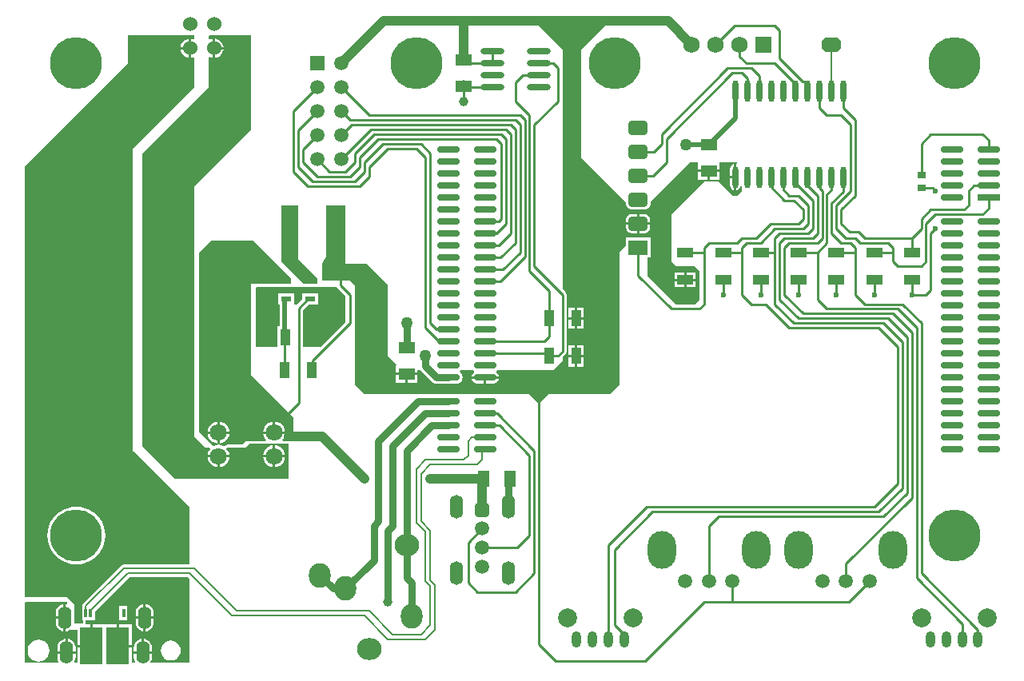
<source format=gtl>
G04 Layer_Physical_Order=1*
G04 Layer_Color=25308*
%FSLAX25Y25*%
%MOIN*%
G70*
G01*
G75*
%ADD10O,0.09449X0.02992*%
%ADD11R,0.09449X0.02992*%
%ADD12R,0.05118X0.07087*%
%ADD13R,0.07087X0.05118*%
%ADD14R,0.06693X0.04134*%
%ADD15R,0.04134X0.06693*%
%ADD16O,0.02362X0.09055*%
%ADD17R,0.04331X0.02362*%
%ADD18R,0.06299X0.22441*%
%ADD19O,0.09843X0.02756*%
%ADD20R,0.01181X0.03543*%
%ADD21R,0.01969X0.03543*%
%ADD22R,0.09449X0.15748*%
%ADD23R,0.03543X0.02756*%
%ADD24C,0.00984*%
%ADD25C,0.02992*%
%ADD26C,0.00787*%
%ADD27C,0.03937*%
%ADD28C,0.00800*%
%ADD29C,0.01969*%
%ADD30C,0.21654*%
G04:AMPARAMS|DCode=31|XSize=60mil|YSize=80mil|CornerRadius=15mil|HoleSize=0mil|Usage=FLASHONLY|Rotation=90.000|XOffset=0mil|YOffset=0mil|HoleType=Round|Shape=RoundedRectangle|*
%AMROUNDEDRECTD31*
21,1,0.06000,0.05000,0,0,90.0*
21,1,0.03000,0.08000,0,0,90.0*
1,1,0.03000,0.02500,0.01500*
1,1,0.03000,0.02500,-0.01500*
1,1,0.03000,-0.02500,-0.01500*
1,1,0.03000,-0.02500,0.01500*
%
%ADD31ROUNDEDRECTD31*%
%ADD32R,0.08000X0.06000*%
G04:AMPARAMS|DCode=33|XSize=59.84mil|YSize=59.84mil|CornerRadius=14.96mil|HoleSize=0mil|Usage=FLASHONLY|Rotation=0.000|XOffset=0mil|YOffset=0mil|HoleType=Round|Shape=RoundedRectangle|*
%AMROUNDEDRECTD33*
21,1,0.05984,0.02992,0,0,0.0*
21,1,0.02992,0.05984,0,0,0.0*
1,1,0.02992,0.01496,-0.01496*
1,1,0.02992,-0.01496,-0.01496*
1,1,0.02992,-0.01496,0.01496*
1,1,0.02992,0.01496,0.01496*
%
%ADD33ROUNDEDRECTD33*%
%ADD34C,0.05984*%
%ADD35O,0.05512X0.09843*%
G04:AMPARAMS|DCode=36|XSize=60mil|YSize=80mil|CornerRadius=0mil|HoleSize=0mil|Usage=FLASHONLY|Rotation=90.000|XOffset=0mil|YOffset=0mil|HoleType=Round|Shape=Octagon|*
%AMOCTAGOND36*
4,1,8,-0.04000,-0.01500,-0.04000,0.01500,-0.02500,0.03000,0.02500,0.03000,0.04000,0.01500,0.04000,-0.01500,0.02500,-0.03000,-0.02500,-0.03000,-0.04000,-0.01500,0.0*
%
%ADD36OCTAGOND36*%

%ADD37O,0.10236X0.09055*%
%ADD38O,0.09055X0.10236*%
%ADD39C,0.06890*%
%ADD40R,0.06890X0.06890*%
%ADD41C,0.07874*%
%ADD42O,0.03937X0.06890*%
%ADD43C,0.06000*%
%ADD44C,0.05906*%
%ADD45O,0.11811X0.15748*%
%ADD46O,0.05512X0.09449*%
%ADD47C,0.07087*%
%ADD48R,0.05906X0.05906*%
%ADD49C,0.05000*%
%ADD50C,0.02362*%
%ADD51C,0.02756*%
%ADD52C,0.03937*%
G36*
X194882Y362205D02*
X194882Y322835D01*
X171260Y299213D01*
X171260Y194882D01*
X175984Y190157D01*
X177661D01*
X177908Y189657D01*
X177331Y188905D01*
X176873Y187800D01*
X176783Y187114D01*
X185816D01*
X185725Y187800D01*
X185268Y188905D01*
X184691Y189657D01*
X184937Y190157D01*
X192520Y190157D01*
X194094Y191732D01*
X204218D01*
X204527Y191692D01*
X204837Y191732D01*
X210423D01*
X210630Y191705D01*
Y177165D01*
X163386Y177165D01*
X149606Y190945D01*
Y312992D01*
X177165Y340551D01*
X177165Y352890D01*
X177665Y353181D01*
X178405Y352875D01*
X178949Y352803D01*
Y356772D01*
Y360740D01*
X178405Y360669D01*
X177665Y360362D01*
X177165Y360653D01*
Y361851D01*
X177519Y362205D01*
X194882Y362205D01*
D02*
G37*
G36*
X230695Y257283D02*
X230707Y257221D01*
X231077Y256668D01*
X234252Y253493D01*
X234252Y250000D01*
X234252Y242570D01*
X223965Y232283D01*
X216538D01*
Y247590D01*
X218751Y249803D01*
X223031D01*
Y254527D01*
X216338D01*
Y252216D01*
X214123Y250000D01*
X212795D01*
Y254527D01*
X206102D01*
Y249803D01*
X206749D01*
Y244094D01*
X206749Y244094D01*
Y240748D01*
X205974D01*
Y232283D01*
X196850D01*
X196850Y256930D01*
X197204Y257283D01*
X230695Y257283D01*
D02*
G37*
G36*
X344026Y367648D02*
X332677Y356299D01*
X332677Y311023D01*
X351095Y292606D01*
Y292122D01*
X351187Y291422D01*
X351457Y290770D01*
X351887Y290210D01*
X352447Y289780D01*
X353099Y289510D01*
X353799Y289418D01*
X358799D01*
X359499Y289510D01*
X360151Y289780D01*
X360711Y290210D01*
X361141Y290770D01*
X361411Y291422D01*
X361503Y292122D01*
Y292606D01*
X377953Y309055D01*
X381283D01*
Y306012D01*
X390370D01*
Y309055D01*
X397528D01*
X397680Y308856D01*
X397396Y308403D01*
X397291Y308423D01*
Y302953D01*
Y297482D01*
X397642Y297552D01*
X398364Y298034D01*
X398846Y298755D01*
X398944Y299249D01*
X399454D01*
X399566Y298685D01*
X399606Y298624D01*
Y297244D01*
X397638Y295275D01*
X395669Y295276D01*
X389764Y301181D01*
X384037Y301181D01*
X370079Y287402D01*
Y267717D01*
X372047Y265748D01*
X379921D01*
X381890Y263779D01*
X381890Y251968D01*
X379921Y250000D01*
X372047Y250000D01*
X360236Y261811D01*
X360236Y269441D01*
X361480D01*
Y277803D01*
X351118D01*
Y274346D01*
X348425Y271654D01*
X348425Y218779D01*
X348425Y218779D01*
Y216535D01*
X344488Y212598D01*
X318898D01*
X315211Y208911D01*
X314711D01*
X311024Y212598D01*
X242126D01*
X238189Y216535D01*
Y257874D01*
X236220Y259842D01*
X224763Y259842D01*
X224409Y260196D01*
X224409Y266732D01*
X226378Y269685D01*
Y291338D01*
X234252D01*
Y271654D01*
Y266732D01*
X243110D01*
X251969Y257874D01*
X251968Y228346D01*
X255448Y224867D01*
X255299Y224425D01*
X255299D01*
X255299Y224425D01*
Y221366D01*
X264386D01*
Y222441D01*
X265550D01*
X265807Y222106D01*
X270315Y217599D01*
X270874Y217169D01*
X271526Y216900D01*
X272224Y216808D01*
X280394D01*
X281093Y216900D01*
X281744Y217169D01*
X282303Y217599D01*
X282732Y218158D01*
X283002Y218809D01*
X283094Y219508D01*
X283002Y220207D01*
X282732Y220858D01*
X282303Y221417D01*
X282068Y221598D01*
X282024Y222157D01*
X282304Y222441D01*
X287587D01*
X287913Y222191D01*
X287942Y222160D01*
X287960Y221620D01*
X287492Y221307D01*
X286940Y220482D01*
X286846Y220008D01*
X298194D01*
X298099Y220482D01*
X297548Y221307D01*
X297079Y221620D01*
X297098Y222160D01*
X297126Y222191D01*
X297452Y222441D01*
X320866D01*
X322244Y223819D01*
X322441D01*
Y224016D01*
X324803Y226378D01*
Y227902D01*
X326009Y229109D01*
X326379Y229662D01*
X326509Y230315D01*
Y253937D01*
X326379Y254590D01*
X326009Y255143D01*
X324803Y256350D01*
X324803Y307087D01*
Y336614D01*
Y356299D01*
X313454Y367648D01*
X313645Y368110D01*
X343835D01*
X344026Y367648D01*
D02*
G37*
G36*
X211614Y260827D02*
X211614Y258488D01*
X197204Y258488D01*
X197204Y258488D01*
X197087Y258465D01*
X194882D01*
X194882Y220472D01*
X212598Y202756D01*
Y192913D01*
X210678D01*
X210581Y192926D01*
X210501Y192921D01*
X210423Y192937D01*
X208183D01*
X207937Y193437D01*
X208496Y194165D01*
X208954Y195271D01*
X209044Y195957D01*
X200011D01*
X200101Y195271D01*
X200559Y194165D01*
X201118Y193437D01*
X200872Y192937D01*
X194094D01*
X193978Y192913D01*
X192913D01*
X191362Y191362D01*
X184937Y191362D01*
X184745Y191323D01*
X184550Y191298D01*
X184516Y191278D01*
X184476Y191270D01*
X184313Y191161D01*
X184143Y191063D01*
X184119Y191031D01*
X184086Y191009D01*
X184043Y190945D01*
X183189D01*
X182533Y191217D01*
X181299Y191379D01*
X180066Y191217D01*
X179409Y190945D01*
X179134D01*
X173228Y196850D01*
Y271654D01*
X178150Y276575D01*
X195866D01*
X211614Y260827D01*
D02*
G37*
G36*
X171260Y362205D02*
Y360801D01*
X170844Y360523D01*
X170493Y360669D01*
X169949Y360740D01*
Y356772D01*
Y352803D01*
X170493Y352875D01*
X170844Y353020D01*
X171260Y352742D01*
Y340551D01*
X145669Y314961D01*
Y188976D01*
X169291Y165354D01*
X169291Y141369D01*
X141732D01*
X141118Y141247D01*
X140597Y140899D01*
X140597Y140899D01*
X124849Y125151D01*
X124501Y124630D01*
X124480Y124528D01*
X124379Y124016D01*
X124379Y124016D01*
X124213D01*
Y118110D01*
X124780D01*
Y117283D01*
X124426Y116929D01*
X121483Y116929D01*
X121154Y117305D01*
X121156Y117323D01*
Y121260D01*
X121063Y121966D01*
Y125000D01*
X118110Y127953D01*
X100394D01*
X100394Y307086D01*
X143701Y350394D01*
X143701Y362205D01*
X171260Y362205D01*
D02*
G37*
G36*
X169291Y135524D02*
Y100394D01*
X153231D01*
X153010Y100842D01*
X153025Y100862D01*
X153403Y101775D01*
X153532Y102756D01*
Y104224D01*
X145956D01*
Y102756D01*
X146085Y101775D01*
X146463Y100862D01*
X146478Y100842D01*
X146257Y100394D01*
X145094D01*
Y106980D01*
X139370D01*
Y107480D01*
X138870D01*
Y116354D01*
X128846D01*
Y107480D01*
X128346D01*
Y106980D01*
X122622D01*
Y100394D01*
X121459D01*
X121238Y100842D01*
X121253Y100862D01*
X121632Y101775D01*
X121761Y102756D01*
Y104224D01*
X114184D01*
Y102756D01*
X114313Y101775D01*
X114692Y100862D01*
X114707Y100842D01*
X114486Y100394D01*
X100394D01*
Y114173D01*
X100394Y125631D01*
X100747Y125984D01*
X118110D01*
Y125305D01*
X117734Y124976D01*
X117685Y124982D01*
Y119291D01*
Y113600D01*
X118166Y113664D01*
X119079Y114042D01*
X119250Y114173D01*
X122622D01*
Y107980D01*
X127846D01*
Y116354D01*
X125984D01*
Y118110D01*
X129724D01*
Y121548D01*
X144366Y136190D01*
X168626D01*
X169291Y135524D01*
D02*
G37*
G36*
X214567Y268701D02*
X222441Y260827D01*
Y258841D01*
X222087Y258488D01*
X216906Y258488D01*
X207677Y267717D01*
Y291338D01*
X214567D01*
Y268701D01*
D02*
G37*
%LPC*%
G36*
X204028Y186114D02*
X200011D01*
X200101Y185428D01*
X200559Y184323D01*
X201287Y183374D01*
X202236Y182646D01*
X203342Y182188D01*
X204028Y182097D01*
Y186114D01*
D02*
G37*
G36*
X209044D02*
X205028D01*
Y182097D01*
X205714Y182188D01*
X206819Y182646D01*
X207768Y183374D01*
X208496Y184323D01*
X208954Y185428D01*
X209044Y186114D01*
D02*
G37*
G36*
X122047Y165588D02*
X120163Y165440D01*
X118325Y164999D01*
X116579Y164275D01*
X114967Y163288D01*
X113530Y162060D01*
X112303Y160623D01*
X111315Y159012D01*
X110592Y157265D01*
X110151Y155428D01*
X110002Y153543D01*
X110151Y151659D01*
X110592Y149821D01*
X111315Y148075D01*
X112303Y146463D01*
X113530Y145026D01*
X114967Y143799D01*
X116579Y142811D01*
X118325Y142088D01*
X120163Y141647D01*
X122047Y141498D01*
X123931Y141647D01*
X125769Y142088D01*
X127515Y142811D01*
X129127Y143799D01*
X130564Y145026D01*
X131792Y146463D01*
X132779Y148075D01*
X133503Y149821D01*
X133944Y151659D01*
X134092Y153543D01*
X133944Y155428D01*
X133503Y157265D01*
X132779Y159012D01*
X131792Y160623D01*
X130564Y162060D01*
X129127Y163288D01*
X127515Y164275D01*
X125769Y164999D01*
X123931Y165440D01*
X122047Y165588D01*
D02*
G37*
G36*
X180799Y186114D02*
X176783D01*
X176873Y185428D01*
X177331Y184323D01*
X178059Y183374D01*
X179008Y182646D01*
X180113Y182188D01*
X180799Y182097D01*
Y186114D01*
D02*
G37*
G36*
X185816D02*
X181799D01*
Y182097D01*
X182485Y182188D01*
X183590Y182646D01*
X184539Y183374D01*
X185268Y184323D01*
X185725Y185428D01*
X185816Y186114D01*
D02*
G37*
G36*
X181799Y200973D02*
Y196957D01*
X185816D01*
X185725Y197643D01*
X185268Y198748D01*
X184539Y199697D01*
X183590Y200425D01*
X182485Y200883D01*
X181799Y200973D01*
D02*
G37*
G36*
X180799D02*
X180113Y200883D01*
X179008Y200425D01*
X178059Y199697D01*
X177331Y198748D01*
X176873Y197643D01*
X176783Y196957D01*
X180799D01*
Y200973D01*
D02*
G37*
G36*
X205028D02*
Y196957D01*
X209044D01*
X208954Y197643D01*
X208496Y198748D01*
X207768Y199697D01*
X206819Y200425D01*
X205714Y200883D01*
X205028Y200973D01*
D02*
G37*
G36*
X204028D02*
X203342Y200883D01*
X202236Y200425D01*
X201287Y199697D01*
X200559Y198748D01*
X200101Y197643D01*
X200011Y196957D01*
X204028D01*
Y200973D01*
D02*
G37*
G36*
X205028Y191131D02*
Y187114D01*
X209044D01*
X208954Y187800D01*
X208496Y188905D01*
X207768Y189854D01*
X206819Y190583D01*
X205714Y191041D01*
X205028Y191131D01*
D02*
G37*
G36*
X204028D02*
X203342Y191041D01*
X202236Y190583D01*
X201287Y189854D01*
X200559Y188905D01*
X200101Y187800D01*
X200011Y187114D01*
X204028D01*
Y191131D01*
D02*
G37*
G36*
X185816Y195957D02*
X181799D01*
Y191940D01*
X182485Y192030D01*
X183590Y192488D01*
X184539Y193216D01*
X185268Y194165D01*
X185725Y195271D01*
X185816Y195957D01*
D02*
G37*
G36*
X180799D02*
X176783D01*
X176873Y195271D01*
X177331Y194165D01*
X178059Y193216D01*
X179008Y192488D01*
X180113Y192030D01*
X180799Y191940D01*
Y195957D01*
D02*
G37*
G36*
X149244Y110415D02*
X148764Y110352D01*
X147850Y109974D01*
X147065Y109372D01*
X146463Y108587D01*
X146085Y107673D01*
X145956Y106693D01*
Y105224D01*
X149244D01*
Y110415D01*
D02*
G37*
G36*
X150244D02*
Y105224D01*
X153532D01*
Y106693D01*
X153403Y107673D01*
X153025Y108587D01*
X152423Y109372D01*
X151638Y109974D01*
X150724Y110352D01*
X150244Y110415D01*
D02*
G37*
G36*
X145094Y116354D02*
X139870D01*
Y107980D01*
X145094D01*
Y116354D01*
D02*
G37*
G36*
X118472Y110415D02*
Y105224D01*
X121761D01*
Y106693D01*
X121632Y107673D01*
X121253Y108587D01*
X120651Y109372D01*
X119867Y109974D01*
X118953Y110352D01*
X118472Y110415D01*
D02*
G37*
G36*
X106299Y110078D02*
X105117Y109923D01*
X104016Y109467D01*
X103070Y108741D01*
X102344Y107795D01*
X101888Y106694D01*
X101733Y105512D01*
X101888Y104330D01*
X102344Y103228D01*
X103070Y102283D01*
X104016Y101557D01*
X105117Y101101D01*
X106299Y100945D01*
X107481Y101101D01*
X108582Y101557D01*
X109528Y102283D01*
X110254Y103228D01*
X110710Y104330D01*
X110866Y105512D01*
X110710Y106694D01*
X110254Y107795D01*
X109528Y108741D01*
X108582Y109467D01*
X107481Y109923D01*
X106299Y110078D01*
D02*
G37*
G36*
X161417Y109681D02*
X160338Y109539D01*
X159333Y109123D01*
X158469Y108460D01*
X157806Y107597D01*
X157390Y106591D01*
X157248Y105512D01*
X157390Y104433D01*
X157806Y103427D01*
X158469Y102564D01*
X159333Y101901D01*
X160338Y101484D01*
X161417Y101342D01*
X162496Y101484D01*
X163502Y101901D01*
X164366Y102564D01*
X165028Y103427D01*
X165445Y104433D01*
X165587Y105512D01*
X165445Y106591D01*
X165028Y107597D01*
X164366Y108460D01*
X163502Y109123D01*
X162496Y109539D01*
X161417Y109681D01*
D02*
G37*
G36*
X117472Y110415D02*
X116992Y110352D01*
X116078Y109974D01*
X115294Y109372D01*
X114692Y108587D01*
X114313Y107673D01*
X114184Y106693D01*
Y105224D01*
X117472D01*
Y110415D01*
D02*
G37*
G36*
X116685Y124982D02*
X116205Y124919D01*
X115291Y124541D01*
X114506Y123939D01*
X113904Y123154D01*
X113526Y122240D01*
X113397Y121260D01*
Y119791D01*
X116685D01*
Y124982D01*
D02*
G37*
G36*
X150031D02*
X149551Y124919D01*
X148637Y124541D01*
X147853Y123939D01*
X147251Y123154D01*
X146872Y122240D01*
X146743Y121260D01*
Y119791D01*
X150031D01*
Y124982D01*
D02*
G37*
G36*
X151031D02*
Y119791D01*
X154320D01*
Y121260D01*
X154191Y122240D01*
X153812Y123154D01*
X153210Y123939D01*
X152426Y124541D01*
X151512Y124919D01*
X151031Y124982D01*
D02*
G37*
G36*
X143504Y124016D02*
X139961D01*
Y118110D01*
X143504D01*
Y124016D01*
D02*
G37*
G36*
X116685Y118791D02*
X113397D01*
Y117323D01*
X113526Y116342D01*
X113904Y115429D01*
X114506Y114644D01*
X115291Y114042D01*
X116205Y113664D01*
X116685Y113600D01*
Y118791D01*
D02*
G37*
G36*
X150031D02*
X146743D01*
Y117323D01*
X146872Y116342D01*
X147251Y115429D01*
X147853Y114644D01*
X148637Y114042D01*
X149551Y113664D01*
X150031Y113600D01*
Y118791D01*
D02*
G37*
G36*
X154320D02*
X151031D01*
Y113600D01*
X151512Y113664D01*
X152426Y114042D01*
X153210Y114644D01*
X153812Y115429D01*
X154191Y116342D01*
X154320Y117323D01*
Y118791D01*
D02*
G37*
G36*
X355799Y287671D02*
X353799D01*
X352824Y287477D01*
X351997Y286924D01*
X351444Y286097D01*
X351250Y285122D01*
Y284122D01*
X355799D01*
Y287671D01*
D02*
G37*
G36*
X358799D02*
X356799D01*
Y284122D01*
X361348D01*
Y285122D01*
X361154Y286097D01*
X360602Y286924D01*
X359775Y287477D01*
X358799Y287671D01*
D02*
G37*
G36*
X396291Y302453D02*
X394567D01*
Y299606D01*
X394737Y298755D01*
X395219Y298034D01*
X395940Y297552D01*
X396291Y297482D01*
Y302453D01*
D02*
G37*
G36*
X361348Y283122D02*
X356799D01*
Y279573D01*
X358799D01*
X359775Y279767D01*
X360602Y280320D01*
X361154Y281147D01*
X361348Y282122D01*
Y283122D01*
D02*
G37*
G36*
X375484Y263205D02*
X371638D01*
Y260638D01*
X375484D01*
Y263205D01*
D02*
G37*
G36*
X380331D02*
X376484D01*
Y260638D01*
X380331D01*
Y263205D01*
D02*
G37*
G36*
X355799Y283122D02*
X351250D01*
Y282122D01*
X351444Y281147D01*
X351997Y280320D01*
X352824Y279767D01*
X353799Y279573D01*
X355799D01*
Y283122D01*
D02*
G37*
G36*
X183417Y356272D02*
X179949D01*
Y352803D01*
X180493Y352875D01*
X181466Y353278D01*
X182302Y353919D01*
X182943Y354754D01*
X183346Y355727D01*
X183417Y356272D01*
D02*
G37*
G36*
X168949Y360740D02*
X168405Y360669D01*
X167431Y360266D01*
X166596Y359624D01*
X165955Y358789D01*
X165552Y357816D01*
X165480Y357272D01*
X168949D01*
Y360740D01*
D02*
G37*
G36*
X179949D02*
Y357272D01*
X183417D01*
X183346Y357816D01*
X182943Y358789D01*
X182302Y359624D01*
X181466Y360266D01*
X180493Y360669D01*
X179949Y360740D01*
D02*
G37*
G36*
X168949Y356272D02*
X165480D01*
X165552Y355727D01*
X165955Y354754D01*
X166596Y353919D01*
X167431Y353278D01*
X168405Y352875D01*
X168949Y352803D01*
Y356272D01*
D02*
G37*
G36*
X385327Y305012D02*
X381283D01*
Y301953D01*
X385327D01*
Y305012D01*
D02*
G37*
G36*
X390370D02*
X386327D01*
Y301953D01*
X390370D01*
Y305012D01*
D02*
G37*
G36*
X396291Y308423D02*
X395940Y308354D01*
X395219Y307872D01*
X394737Y307150D01*
X394567Y306299D01*
Y303453D01*
X396291D01*
Y308423D01*
D02*
G37*
G36*
X329913Y227846D02*
X327346D01*
Y224000D01*
X329913D01*
Y227846D01*
D02*
G37*
G36*
X333480D02*
X330913D01*
Y224000D01*
X333480D01*
Y227846D01*
D02*
G37*
G36*
X329913Y232693D02*
X327346D01*
Y228846D01*
X329913D01*
Y232693D01*
D02*
G37*
G36*
X264386Y220366D02*
X260343D01*
Y217307D01*
X264386D01*
Y220366D01*
D02*
G37*
G36*
X292020Y219008D02*
X286846D01*
X286940Y218534D01*
X287492Y217708D01*
X288317Y217157D01*
X289291Y216963D01*
X292020D01*
Y219008D01*
D02*
G37*
G36*
X298194D02*
X293020D01*
Y216963D01*
X295748D01*
X296722Y217157D01*
X297548Y217708D01*
X298099Y218534D01*
X298194Y219008D01*
D02*
G37*
G36*
X259343Y220366D02*
X255299D01*
Y217307D01*
X259343D01*
Y220366D01*
D02*
G37*
G36*
X333480Y248441D02*
X330913D01*
Y244594D01*
X333480D01*
Y248441D01*
D02*
G37*
G36*
X375484Y259638D02*
X371638D01*
Y257071D01*
X375484D01*
Y259638D01*
D02*
G37*
G36*
X380331D02*
X376484D01*
Y257071D01*
X380331D01*
Y259638D01*
D02*
G37*
G36*
X329913Y248441D02*
X327346D01*
Y244594D01*
X329913D01*
Y248441D01*
D02*
G37*
G36*
X333480Y232693D02*
X330913D01*
Y228846D01*
X333480D01*
Y232693D01*
D02*
G37*
G36*
X329913Y243594D02*
X327346D01*
Y239748D01*
X329913D01*
Y243594D01*
D02*
G37*
G36*
X333480D02*
X330913D01*
Y239748D01*
X333480D01*
Y243594D01*
D02*
G37*
%LPD*%
D10*
X277165Y209508D02*
D03*
Y204508D02*
D03*
Y199508D02*
D03*
Y194508D02*
D03*
Y189508D02*
D03*
X292520Y209508D02*
D03*
Y204508D02*
D03*
Y199508D02*
D03*
Y194508D02*
D03*
Y189508D02*
D03*
X277165Y314508D02*
D03*
Y309508D02*
D03*
Y304508D02*
D03*
Y299508D02*
D03*
Y294508D02*
D03*
Y289508D02*
D03*
Y284508D02*
D03*
Y279508D02*
D03*
Y274508D02*
D03*
Y269508D02*
D03*
Y264508D02*
D03*
Y259508D02*
D03*
Y254508D02*
D03*
Y249508D02*
D03*
Y244508D02*
D03*
Y239508D02*
D03*
Y234508D02*
D03*
Y229508D02*
D03*
Y224508D02*
D03*
Y219508D02*
D03*
X292520Y314508D02*
D03*
Y309508D02*
D03*
Y304508D02*
D03*
Y299508D02*
D03*
Y294508D02*
D03*
Y289508D02*
D03*
Y284508D02*
D03*
Y279508D02*
D03*
Y274508D02*
D03*
Y269508D02*
D03*
Y264508D02*
D03*
Y259508D02*
D03*
Y254508D02*
D03*
Y249508D02*
D03*
Y244508D02*
D03*
Y239508D02*
D03*
Y234508D02*
D03*
Y229508D02*
D03*
Y224508D02*
D03*
Y219508D02*
D03*
X487165Y284508D02*
D03*
Y279508D02*
D03*
Y274508D02*
D03*
Y269508D02*
D03*
Y264508D02*
D03*
Y259508D02*
D03*
Y254508D02*
D03*
Y249508D02*
D03*
Y244508D02*
D03*
Y239508D02*
D03*
Y234508D02*
D03*
Y229508D02*
D03*
Y224508D02*
D03*
Y219508D02*
D03*
Y214508D02*
D03*
Y209508D02*
D03*
Y204508D02*
D03*
Y199508D02*
D03*
Y194508D02*
D03*
Y189508D02*
D03*
X502520Y284508D02*
D03*
Y279508D02*
D03*
Y274508D02*
D03*
Y269508D02*
D03*
Y264508D02*
D03*
Y259508D02*
D03*
Y254508D02*
D03*
Y249508D02*
D03*
Y244508D02*
D03*
Y239508D02*
D03*
Y234508D02*
D03*
Y229508D02*
D03*
Y224508D02*
D03*
Y219508D02*
D03*
Y214508D02*
D03*
Y209508D02*
D03*
Y204508D02*
D03*
Y199508D02*
D03*
Y194508D02*
D03*
Y189508D02*
D03*
X487165Y314508D02*
D03*
Y309508D02*
D03*
Y304508D02*
D03*
Y299508D02*
D03*
Y294508D02*
D03*
X502520Y314508D02*
D03*
Y309508D02*
D03*
Y304508D02*
D03*
Y299508D02*
D03*
D11*
Y294508D02*
D03*
D12*
X302756Y177165D02*
D03*
X291732D02*
D03*
D13*
X385827Y316535D02*
D03*
Y305512D02*
D03*
X283465Y340945D02*
D03*
Y351969D02*
D03*
X228346Y263386D02*
D03*
Y252362D02*
D03*
X200787Y263386D02*
D03*
Y252362D02*
D03*
X259842Y220866D02*
D03*
Y231890D02*
D03*
D14*
X391732Y260138D02*
D03*
Y271358D02*
D03*
X407480Y260138D02*
D03*
Y271358D02*
D03*
X423228Y260138D02*
D03*
Y271358D02*
D03*
X470472Y260138D02*
D03*
Y271358D02*
D03*
X438976Y260138D02*
D03*
Y271358D02*
D03*
X454724Y260138D02*
D03*
Y271358D02*
D03*
X375984Y260138D02*
D03*
Y271358D02*
D03*
D15*
X330413Y228346D02*
D03*
X319193D02*
D03*
X330413Y244094D02*
D03*
X319193D02*
D03*
X220443Y236220D02*
D03*
X209222D02*
D03*
X208957Y222441D02*
D03*
X220177D02*
D03*
D16*
X396791Y302953D02*
D03*
X401791D02*
D03*
X406791D02*
D03*
X411791D02*
D03*
X416791D02*
D03*
X421791D02*
D03*
X426791D02*
D03*
X431791D02*
D03*
X436791D02*
D03*
X441791D02*
D03*
X396791Y338779D02*
D03*
X401791D02*
D03*
X406791D02*
D03*
X411791D02*
D03*
X416791D02*
D03*
X421791D02*
D03*
X426791D02*
D03*
X431791D02*
D03*
X436791D02*
D03*
X441791D02*
D03*
D17*
X209449Y252165D02*
D03*
Y259646D02*
D03*
X219685D02*
D03*
Y255906D02*
D03*
Y252165D02*
D03*
D18*
X211220Y279527D02*
D03*
X229724D02*
D03*
D19*
X295472Y355532D02*
D03*
Y350532D02*
D03*
Y345532D02*
D03*
Y340531D02*
D03*
X314764Y355532D02*
D03*
Y350532D02*
D03*
Y345532D02*
D03*
Y340531D02*
D03*
D20*
X127953Y121063D02*
D03*
X125984D02*
D03*
X141732D02*
D03*
D21*
X123622D02*
D03*
X144094D02*
D03*
D22*
X128346Y107480D02*
D03*
X139370D02*
D03*
D23*
X474409Y298425D02*
D03*
Y303937D02*
D03*
D24*
X478346Y279527D02*
X480315Y281496D01*
X478346Y255906D02*
Y279527D01*
X476378Y253937D02*
X478346Y255906D01*
X476378Y283465D02*
X480315Y287402D01*
X476378Y267717D02*
Y283465D01*
X474409Y265748D02*
X476378Y267717D01*
X492126Y289370D02*
X494094Y291338D01*
X478346Y289370D02*
X492126D01*
X474409Y285433D02*
X478346Y289370D01*
X498032Y110236D02*
Y114173D01*
X466535Y250000D02*
X474409Y242126D01*
Y137795D02*
Y242126D01*
Y137795D02*
X498032Y114173D01*
X464567Y248031D02*
X472441Y240157D01*
Y135827D02*
Y240157D01*
Y135827D02*
X491634Y116634D01*
X462598Y246063D02*
X470472Y238189D01*
Y169291D02*
Y238189D01*
X442913Y141732D02*
X470472Y169291D01*
X460630Y244094D02*
X468504Y236220D01*
Y171260D02*
Y236220D01*
X458661Y161417D02*
X468504Y171260D01*
X458661Y242126D02*
X466535Y234252D01*
Y173228D02*
Y234252D01*
X456693Y163386D02*
X466535Y173228D01*
X456693Y240157D02*
X464567Y232283D01*
Y175197D02*
Y232283D01*
X454724Y165354D02*
X464567Y175197D01*
X491634Y110236D02*
Y116634D01*
X319193Y228346D02*
X322835D01*
X324803Y230315D01*
X312992Y265748D02*
X324803Y253937D01*
Y230315D02*
Y253937D01*
X311024Y263779D02*
X319193Y255610D01*
Y236516D02*
Y255610D01*
X317185Y234508D02*
X319193Y236516D01*
X292520Y234508D02*
X317185D01*
X415354Y352362D02*
Y364173D01*
Y352362D02*
X424823Y342894D01*
X426791D01*
X285433Y150512D02*
X291338Y156417D01*
X285433Y133858D02*
Y150512D01*
Y133858D02*
X289370Y129921D01*
X383858Y250000D02*
Y273622D01*
X381890Y248031D02*
X383858Y250000D01*
X370079Y248031D02*
X381890D01*
X356299Y261811D02*
X370079Y248031D01*
X356299Y261811D02*
Y273622D01*
X218701Y252165D02*
X219685D01*
X214832Y248297D02*
X218701Y252165D01*
X214832Y208790D02*
Y248297D01*
X479134Y298425D02*
X480315Y297244D01*
X350394Y110236D02*
Y112205D01*
X346457Y116142D02*
X350394Y112205D01*
X346457Y116142D02*
Y147638D01*
X368110Y318898D02*
X395669Y346457D01*
X368110Y309055D02*
Y318898D01*
X362677Y303622D02*
X368110Y309055D01*
X366142Y320866D02*
X393701Y348425D01*
X366142Y316929D02*
Y320866D01*
X362835Y313622D02*
X366142Y316929D01*
X399606Y346457D02*
X401791Y344272D01*
Y338779D02*
Y344272D01*
X403543Y348425D02*
X406791Y345177D01*
Y338779D02*
Y345177D01*
X398701Y353268D02*
X401575Y350394D01*
X398701Y353268D02*
Y358268D01*
X435039Y328740D02*
X440945D01*
X431791Y331988D02*
X435039Y328740D01*
X431791Y331988D02*
Y338779D01*
X267717Y240157D02*
Y311024D01*
X263779Y314961D02*
X267717Y311024D01*
X251968Y314961D02*
X263779D01*
X269685Y242126D02*
Y312992D01*
X265748Y316929D02*
X269685Y312992D01*
X250000Y316929D02*
X265748D01*
X244094Y307087D02*
X251968Y314961D01*
X244094Y303150D02*
Y307087D01*
X240157Y299213D02*
X244094Y303150D01*
X218504Y299213D02*
X240157D01*
X242126Y309055D02*
X250000Y316929D01*
X238189Y301181D02*
X242126Y305118D01*
Y309055D01*
X220472Y301181D02*
X238189D01*
X240157Y307087D02*
Y311024D01*
X236220Y303150D02*
X240157Y307087D01*
X222441Y303150D02*
X236220D01*
X238189Y309055D02*
Y312992D01*
X234252Y305118D02*
X238189Y309055D01*
X227716Y305118D02*
X234252D01*
X212598Y305118D02*
X218504Y299213D01*
X212598Y305118D02*
Y330551D01*
X214567Y307087D02*
X220472Y301181D01*
X214567Y307087D02*
Y322520D01*
X216535Y309055D02*
X222441Y303150D01*
X216535Y309055D02*
Y314488D01*
X208799Y202756D02*
X214832Y208790D01*
X292520Y199508D02*
X298524D01*
X291338Y148543D02*
X306024D01*
X343996Y110236D02*
Y149409D01*
X359941Y165354D01*
X305118Y342520D02*
X308130Y345532D01*
X314764D01*
X320728Y350532D02*
X322835Y348425D01*
X314764Y350532D02*
X320728D01*
X280925Y340531D02*
X295472D01*
Y350532D02*
Y355532D01*
X346457Y147638D02*
X362205Y163386D01*
X280925Y340531D02*
X283465Y343071D01*
Y334646D02*
Y343071D01*
X385827Y134646D02*
Y157480D01*
X389764Y161417D01*
X208957Y235955D02*
X209222Y236220D01*
X208957Y222441D02*
Y235955D01*
X292520Y204508D02*
X297461D01*
X306024Y148543D02*
X311024Y153543D01*
Y187008D01*
X298524Y199508D02*
X311024Y187008D01*
X312992Y137795D02*
Y188976D01*
X297461Y204508D02*
X312992Y188976D01*
X289370Y129921D02*
X305118D01*
X312992Y137795D01*
X220177Y222441D02*
X220472D01*
Y226378D01*
X283465Y350532D02*
X295472D01*
X292520Y234508D02*
X292776Y234252D01*
X273366Y234508D02*
X277165D01*
X267717Y240157D02*
X273366Y234508D01*
X292520Y284508D02*
X298287D01*
X299213Y285433D01*
Y316929D01*
X297244Y318898D02*
X299213Y316929D01*
X248031Y318898D02*
X297244D01*
X292520Y279508D02*
X297224D01*
X301181Y283465D01*
Y318898D01*
X301181D02*
X301181D01*
X299213Y320866D02*
X301181Y318898D01*
X246063Y320866D02*
X299213D01*
X292520Y274508D02*
X298130D01*
X303150Y279527D01*
Y320866D01*
X301181Y322835D02*
X303150Y320866D01*
X244882Y322835D02*
X301181D01*
X292520Y269508D02*
X299035D01*
X305118Y275590D01*
Y322835D01*
X303150Y324803D02*
X305118Y322835D01*
X236850Y324803D02*
X303150D01*
X292520Y264508D02*
X299941D01*
X307087Y271654D01*
Y324803D01*
X305118Y326772D02*
X307087Y324803D01*
X236063Y326772D02*
X305118D01*
X322835Y334646D02*
Y348425D01*
X292520Y259508D02*
X298878D01*
X309055Y269685D01*
Y326772D01*
X307087Y328740D02*
X309055Y326772D01*
X244094Y328740D02*
X307087D01*
X232441Y340394D02*
X244094Y328740D01*
X232441Y330394D02*
X236063Y326772D01*
X232441Y320394D02*
X236850Y324803D01*
X232441Y310394D02*
X244882Y322835D01*
X238189Y312992D02*
X246063Y320866D01*
X240157Y311024D02*
X248031Y318898D01*
X212598Y330551D02*
X222441Y340394D01*
X216535Y314488D02*
X222441Y320394D01*
X305118Y334646D02*
Y342520D01*
Y334646D02*
X311024Y328740D01*
Y263779D02*
Y328740D01*
X312992Y324803D02*
X322835Y334646D01*
X312992Y265748D02*
Y324803D01*
X272303Y239508D02*
X277165D01*
X269685Y242126D02*
X272303Y239508D01*
X214567Y322520D02*
X222441Y330394D01*
Y310394D02*
X227716Y305118D01*
X442913Y134646D02*
Y141732D01*
X389764Y161417D02*
X458661D01*
X362205Y163386D02*
X456693D01*
X359941Y165354D02*
X454724D01*
X502520Y289921D02*
Y294508D01*
X500000Y287402D02*
X502520Y289921D01*
X480315Y287402D02*
X500000D01*
X496358Y299508D02*
X502520D01*
X494094Y297244D02*
X496358Y299508D01*
X494094Y291338D02*
Y297244D01*
X470472Y253937D02*
Y260138D01*
X454724Y253937D02*
Y260138D01*
X438976Y253937D02*
Y260138D01*
X438976Y253937D02*
X438976Y253937D01*
X423228Y253937D02*
Y260138D01*
X407480Y253937D02*
Y260138D01*
X446850Y253937D02*
X450787Y250000D01*
X466535D01*
X431102Y251968D02*
X435039Y248031D01*
X464567D01*
X425197Y246063D02*
X462598D01*
X423228Y244094D02*
X460630D01*
X462598Y267717D02*
X464567Y265748D01*
X441791Y331831D02*
Y338779D01*
Y331831D02*
X446850Y326772D01*
X470472Y271358D02*
Y277559D01*
X423228Y271358D02*
X430807D01*
X417323Y253937D02*
X425197Y246063D01*
X415354Y251969D02*
X423228Y244094D01*
X413386Y250000D02*
X421260Y242126D01*
X458661D01*
X407480Y271358D02*
X413091D01*
X438976D02*
X446555D01*
X419291Y240157D02*
X456693D01*
X409449Y250000D02*
X419291Y240157D01*
X454724Y271358D02*
X462303D01*
X356299Y313622D02*
X362835D01*
X464567Y265748D02*
X474409D01*
X470472Y277559D02*
X474409Y281496D01*
Y285433D01*
Y298425D02*
X479134D01*
X502520Y314508D02*
Y318346D01*
X500000Y320866D02*
X502520Y318346D01*
X478346Y320866D02*
X500000D01*
X474409Y316929D02*
X478346Y320866D01*
X474409Y303937D02*
Y316929D01*
X462598Y267717D02*
Y273622D01*
X460630Y275590D02*
X462598Y273622D01*
X399606Y253937D02*
X403543Y250000D01*
X409449D01*
X375984Y271358D02*
X383563D01*
X391732D02*
X399311D01*
X470472Y253937D02*
X476378D01*
X391732D02*
Y260138D01*
X413386Y250000D02*
Y277559D01*
X415354Y251969D02*
Y275590D01*
X431102Y251968D02*
Y271654D01*
X436791Y297461D02*
Y302953D01*
X431791Y298524D02*
Y302953D01*
X419291Y275590D02*
X431102D01*
X417323Y273622D02*
X419291Y275590D01*
X417323Y253937D02*
Y273622D01*
X426791Y299587D02*
Y302953D01*
X417323Y277559D02*
X429134D01*
X415354Y275590D02*
X417323Y277559D01*
X421791Y300650D02*
Y302953D01*
X413386Y277559D02*
X415354Y279527D01*
X427165D01*
X440945Y328740D02*
X444882Y324803D01*
X446850Y253937D02*
Y273622D01*
X416791Y297776D02*
Y302953D01*
Y297776D02*
X419291Y295275D01*
X423228D01*
X413386Y281496D02*
X425197D01*
X411417Y283465D02*
X423228D01*
X417323Y293307D02*
X421260D01*
X411791Y298838D02*
X417323Y293307D01*
X423228Y283465D02*
X425197Y285433D01*
Y289370D01*
X421260Y293307D02*
X425197Y289370D01*
Y281496D02*
X427165Y283465D01*
Y291338D01*
X423228Y295275D02*
X427165Y291338D01*
Y279527D02*
X429134Y281496D01*
Y293307D01*
X421791Y300650D02*
X429134Y293307D01*
Y277559D02*
X431102Y279527D01*
Y295275D01*
X426791Y299587D02*
X431102Y295275D01*
Y275590D02*
X433071Y277559D01*
Y297244D01*
X431791Y298524D02*
X433071Y297244D01*
X431102Y271654D02*
X435039Y275590D01*
Y295709D01*
X436791Y297461D01*
X441791Y296885D02*
Y302953D01*
X437008Y292101D02*
X441791Y296885D01*
X437008Y279527D02*
Y292101D01*
Y279527D02*
X440945Y275590D01*
X444882D01*
X446850Y273622D01*
X448819Y275590D02*
X460630D01*
X444882Y297244D02*
Y324803D01*
X438976Y291338D02*
X444882Y297244D01*
X438976Y281496D02*
Y291338D01*
Y281496D02*
X442913Y277559D01*
X446850D01*
X448819Y275590D01*
X446850Y295276D02*
Y326772D01*
X450787Y277559D02*
X470472D01*
X440945Y289370D02*
X446850Y295276D01*
X448327Y280020D02*
X450787Y277559D01*
X440945Y283465D02*
Y289370D01*
Y283465D02*
X444390Y280020D01*
X448327D01*
X383858Y273622D02*
X385827Y275590D01*
X399606Y253937D02*
Y273622D01*
X401575Y275590D01*
X407480D01*
X413386Y281496D01*
X405512Y277559D02*
X411417Y283465D01*
X388701Y358268D02*
X396575Y366142D01*
X413386D01*
X356299Y303622D02*
X362677D01*
X385827Y275590D02*
X397638D01*
X399606Y277559D01*
X405512D01*
X395669Y346457D02*
X399606D01*
X393701Y348425D02*
X403543D01*
X401575Y350394D02*
X413386D01*
X421791Y341988D01*
Y338779D02*
Y341988D01*
X426791Y338779D02*
Y342894D01*
X413386Y366142D02*
X415354Y364173D01*
X292520Y229508D02*
X316929D01*
X220472Y226378D02*
X236220Y242126D01*
X232283Y257874D02*
Y261811D01*
Y257874D02*
X236220Y253937D01*
Y242126D02*
Y253937D01*
X395669Y125984D02*
Y134646D01*
X322047Y101181D02*
X359055D01*
X383858Y125984D01*
X444094D01*
X452756Y134646D01*
X314961Y108268D02*
X322047Y101181D01*
X314961Y108268D02*
Y216535D01*
D25*
X267717Y224016D02*
Y228346D01*
Y224016D02*
X272224Y219508D01*
X302106Y165354D02*
Y176516D01*
X302756Y177165D01*
X272224Y219508D02*
X277165D01*
X259842Y135827D02*
Y149606D01*
Y135827D02*
X261811Y133858D01*
Y119685D02*
Y133858D01*
X270374Y199508D02*
X277165D01*
X259842Y149606D02*
Y188976D01*
X270374Y199508D01*
X253937Y190945D02*
X267500Y204508D01*
X277165D01*
X264626Y209508D02*
X277165D01*
X253937Y157480D02*
Y190945D01*
X251969Y155512D02*
X253937Y157480D01*
X251969Y125984D02*
Y155512D01*
X248031Y192913D02*
X264626Y209508D01*
X248031Y159449D02*
Y192913D01*
X234252Y131496D02*
X246063Y143307D01*
Y157480D01*
X248031Y159449D01*
X223622Y137008D02*
X229134Y131496D01*
X234252D01*
X259842Y231890D02*
Y242126D01*
D26*
X187008Y120079D02*
X242126D01*
X169291Y137795D02*
X187008Y120079D01*
X143701Y137795D02*
X169291D01*
X188976Y122047D02*
X244094D01*
X171260Y139764D02*
X188976Y122047D01*
X141732Y139764D02*
X171260D01*
X267717Y134350D02*
Y155020D01*
X143504Y120472D02*
X144094Y121063D01*
X143504Y118110D02*
Y120472D01*
Y121653D02*
X144094Y121063D01*
X143504Y121653D02*
Y124016D01*
X291338Y188327D02*
X292520Y189508D01*
X291338Y185039D02*
Y188327D01*
X291338Y185039D02*
X291338D01*
X287028Y194508D02*
X292520D01*
X285433Y192913D02*
X287028Y194508D01*
X125984Y121063D02*
Y124016D01*
X127953Y121063D02*
Y122047D01*
X143701Y137795D01*
X125984Y124016D02*
X141732Y139764D01*
X285433Y187008D02*
Y192913D01*
X289370Y183071D02*
X291338Y185039D01*
X242126Y120079D02*
X251969Y110236D01*
X244094Y122047D02*
X253937Y112205D01*
X263779Y158957D02*
X267717Y155020D01*
X283465Y185039D02*
X285433Y187008D01*
X263779Y158957D02*
Y181102D01*
X267717Y185039D01*
X283465D01*
X265748Y179134D02*
X269685Y183071D01*
X289370D01*
X265748Y159449D02*
Y179134D01*
Y159449D02*
X269685Y155512D01*
Y134843D02*
Y155512D01*
X267717Y134350D02*
X269685Y132382D01*
Y134843D02*
X271654Y132874D01*
X251969Y110236D02*
X267717D01*
X271654Y114173D01*
Y132874D01*
X253937Y112205D02*
X265748D01*
X269685Y116142D01*
Y132382D01*
D27*
X368858Y368110D02*
X378701Y358268D01*
X283465Y368110D02*
X368858D01*
X228346Y263386D02*
X229724Y264764D01*
X291338Y164291D02*
Y176772D01*
X291732Y177165D01*
X232441Y350394D02*
X250157Y368110D01*
X283465Y351969D02*
Y368110D01*
X250157D02*
X283465D01*
X269685Y177165D02*
X291732D01*
X210630Y194882D02*
X224409D01*
X242126Y177165D01*
D28*
X436791Y338779D02*
Y358268D01*
D29*
X208957Y244094D02*
X208957Y244094D01*
Y251673D01*
X209449Y252165D01*
X208957Y235955D02*
Y244094D01*
X123622Y121063D02*
Y125591D01*
X124016Y125984D01*
X123622Y118110D02*
Y121063D01*
X385827Y316535D02*
X396791Y327500D01*
Y338779D01*
X376378Y316535D02*
X385827D01*
D30*
X488189Y153543D02*
D03*
X122047D02*
D03*
Y350394D02*
D03*
X263779D02*
D03*
X346457D02*
D03*
X488189D02*
D03*
D31*
X356299Y323622D02*
D03*
Y313622D02*
D03*
Y303622D02*
D03*
Y293622D02*
D03*
Y283622D02*
D03*
D32*
Y273622D02*
D03*
D33*
X291338Y164291D02*
D03*
D34*
Y156417D02*
D03*
Y148543D02*
D03*
Y140669D02*
D03*
D35*
X280571Y137795D02*
D03*
X302106D02*
D03*
Y165354D02*
D03*
X280571D02*
D03*
D36*
X436791Y358268D02*
D03*
D37*
X244094Y106299D02*
D03*
X259842Y149606D02*
D03*
D38*
X223622Y137008D02*
D03*
X234252Y131496D02*
D03*
X261811Y119685D02*
D03*
D39*
X378701Y358268D02*
D03*
X388701D02*
D03*
X398701D02*
D03*
D40*
X408701D02*
D03*
D41*
X474409Y119134D02*
D03*
X501968D02*
D03*
X326772D02*
D03*
X354331D02*
D03*
D42*
X478346Y110236D02*
D03*
X498032D02*
D03*
X484744D02*
D03*
X491634D02*
D03*
X330709D02*
D03*
X350394D02*
D03*
X337106D02*
D03*
X343996D02*
D03*
D43*
X179449Y366772D02*
D03*
Y356772D02*
D03*
X169449D02*
D03*
Y366772D02*
D03*
D44*
X452756Y134646D02*
D03*
X442913D02*
D03*
X433071D02*
D03*
X395669D02*
D03*
X385827D02*
D03*
X375984D02*
D03*
X232441Y350394D02*
D03*
X222441Y340394D02*
D03*
X232441D02*
D03*
X222441Y330394D02*
D03*
X232441D02*
D03*
X222441Y320394D02*
D03*
X232441D02*
D03*
X222441Y310394D02*
D03*
X232441D02*
D03*
D45*
X462598Y147638D02*
D03*
X423228D02*
D03*
X405512D02*
D03*
X366142D02*
D03*
D46*
X117972Y104724D02*
D03*
X149744D02*
D03*
X150531Y119291D02*
D03*
X117185D02*
D03*
D47*
X204527Y186614D02*
D03*
X181299D02*
D03*
X204527Y196457D02*
D03*
X181299D02*
D03*
D48*
X222441Y350394D02*
D03*
D49*
X267717Y228346D02*
D03*
X151575Y131890D02*
D03*
X145669D02*
D03*
X141732Y127953D02*
D03*
X376378Y316535D02*
D03*
X259842Y242126D02*
D03*
D50*
X480315Y297244D02*
D03*
X214567Y255906D02*
D03*
X210630D02*
D03*
X470472Y253937D02*
D03*
X454724D02*
D03*
X438976D02*
D03*
X423228D02*
D03*
X407480D02*
D03*
X375984D02*
D03*
X480315Y281496D02*
D03*
X391732Y253937D02*
D03*
D51*
X198819Y246063D02*
D03*
X202756D02*
D03*
X230315D02*
D03*
X226378D02*
D03*
D52*
X283465Y334646D02*
D03*
X251969Y125984D02*
D03*
X269685Y177165D02*
D03*
X242126D02*
D03*
M02*

</source>
